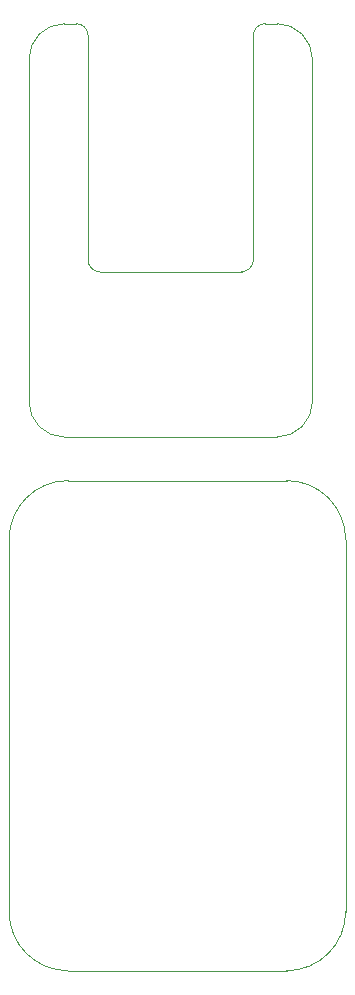
<source format=gbr>
%TF.GenerationSoftware,KiCad,Pcbnew,(6.0.0)*%
%TF.CreationDate,2022-06-29T15:28:05+09:00*%
%TF.ProjectId,TipLets_Board,5469704c-6574-4735-9f42-6f6172642e6b,rev?*%
%TF.SameCoordinates,Original*%
%TF.FileFunction,Profile,NP*%
%FSLAX46Y46*%
G04 Gerber Fmt 4.6, Leading zero omitted, Abs format (unit mm)*
G04 Created by KiCad (PCBNEW (6.0.0)) date 2022-06-29 15:28:05*
%MOMM*%
%LPD*%
G01*
G04 APERTURE LIST*
%TA.AperFunction,Profile*%
%ADD10C,0.100000*%
%TD*%
G04 APERTURE END LIST*
D10*
X20685000Y-50817000D02*
X21685000Y-50817000D01*
X17685000Y-82817000D02*
X17685000Y-53817000D01*
X37685001Y-50817001D02*
X38685000Y-50817000D01*
X36685000Y-70817000D02*
X36685001Y-51817001D01*
X38685000Y-85817000D02*
X20685000Y-85817000D01*
X22685000Y-70817000D02*
G75*
G03*
X23685000Y-71817000I999999J-1D01*
G01*
X20685000Y-50817000D02*
G75*
G03*
X17685000Y-53817000I1J-3000001D01*
G01*
X35685000Y-71817000D02*
G75*
G03*
X36685000Y-70817000I1J999999D01*
G01*
X22685000Y-51817000D02*
X22685000Y-70817000D01*
X41685000Y-53817000D02*
X41685000Y-82817000D01*
X23685000Y-71817000D02*
X35685000Y-71817000D01*
X17685000Y-82817000D02*
G75*
G03*
X20685000Y-85817000I3000001J1D01*
G01*
X38685000Y-85817000D02*
G75*
G03*
X41685000Y-82817000I-1J3000001D01*
G01*
X41685000Y-53817000D02*
G75*
G03*
X38685000Y-50817000I-3000001J-1D01*
G01*
X37685001Y-50817001D02*
G75*
G03*
X36685001Y-51817001I-1J-999999D01*
G01*
X22685000Y-51817000D02*
G75*
G03*
X21685000Y-50817000I-999999J1D01*
G01*
X44500000Y-126000000D02*
X44500000Y-94500000D01*
X16000000Y-94500000D02*
X16000000Y-126000000D01*
X21000000Y-131000000D02*
X39500000Y-131000000D01*
X39500000Y-131000000D02*
G75*
G03*
X44500000Y-126000000I0J5000000D01*
G01*
X21000000Y-89500000D02*
G75*
G03*
X16000000Y-94500000I0J-5000000D01*
G01*
X16000000Y-126000000D02*
G75*
G03*
X21000000Y-131000000I5000000J0D01*
G01*
X21000000Y-89500000D02*
X39500000Y-89500000D01*
X44500000Y-94500000D02*
G75*
G03*
X39500000Y-89500000I-5000000J0D01*
G01*
M02*

</source>
